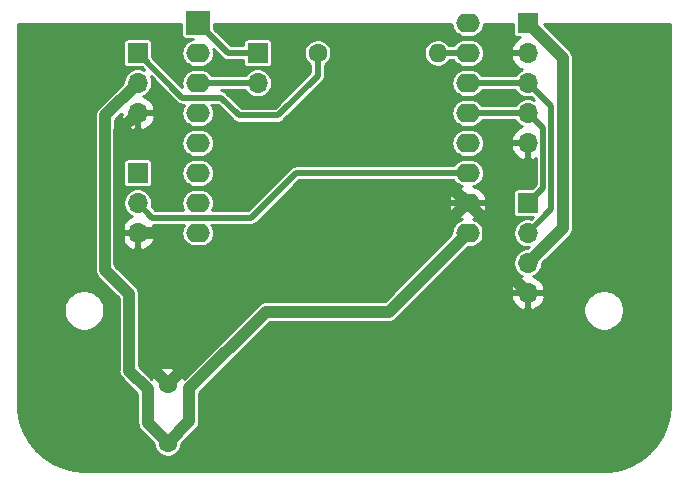
<source format=gbr>
%TF.GenerationSoftware,KiCad,Pcbnew,5.1.8*%
%TF.CreationDate,2020-11-27T01:12:46+01:00*%
%TF.ProjectId,co2box,636f3262-6f78-42e6-9b69-6361645f7063,v0*%
%TF.SameCoordinates,Original*%
%TF.FileFunction,Copper,L1,Top*%
%TF.FilePolarity,Positive*%
%FSLAX46Y46*%
G04 Gerber Fmt 4.6, Leading zero omitted, Abs format (unit mm)*
G04 Created by KiCad (PCBNEW 5.1.8) date 2020-11-27 01:12:46*
%MOMM*%
%LPD*%
G01*
G04 APERTURE LIST*
%TA.AperFunction,ComponentPad*%
%ADD10O,1.600000X1.600000*%
%TD*%
%TA.AperFunction,ComponentPad*%
%ADD11C,1.600000*%
%TD*%
%TA.AperFunction,ComponentPad*%
%ADD12O,1.700000X1.700000*%
%TD*%
%TA.AperFunction,ComponentPad*%
%ADD13R,1.700000X1.700000*%
%TD*%
%TA.AperFunction,ComponentPad*%
%ADD14O,2.000000X1.600000*%
%TD*%
%TA.AperFunction,ComponentPad*%
%ADD15R,2.000000X2.000000*%
%TD*%
%TA.AperFunction,Conductor*%
%ADD16C,1.000000*%
%TD*%
%TA.AperFunction,Conductor*%
%ADD17C,0.500000*%
%TD*%
%TA.AperFunction,Conductor*%
%ADD18C,0.250000*%
%TD*%
%TA.AperFunction,Conductor*%
%ADD19C,0.100000*%
%TD*%
G04 APERTURE END LIST*
D10*
%TO.P,R1,2*%
%TO.N,Net-(R1-Pad2)*%
X154940000Y-76200000D03*
D11*
%TO.P,R1,1*%
%TO.N,TO_DI*%
X144780000Y-76200000D03*
%TD*%
%TO.P,C1,2*%
%TO.N,GND*%
X132080000Y-104220000D03*
%TO.P,C1,1*%
%TO.N,+5V*%
X132080000Y-109220000D03*
%TD*%
D12*
%TO.P,J_WS2812B_1,3*%
%TO.N,GND*%
X129540000Y-81280000D03*
%TO.P,J_WS2812B_1,2*%
%TO.N,+5V*%
X129540000Y-78740000D03*
D13*
%TO.P,J_WS2812B_1,1*%
%TO.N,TO_DI*%
X129540000Y-76200000D03*
%TD*%
D12*
%TO.P,J_OLED_1,4*%
%TO.N,GND*%
X162560000Y-96520000D03*
%TO.P,J_OLED_1,3*%
%TO.N,+3V3*%
X162560000Y-93980000D03*
%TO.P,J_OLED_1,2*%
%TO.N,SCL*%
X162560000Y-91440000D03*
D13*
%TO.P,J_OLED_1,1*%
%TO.N,SDA*%
X162560000Y-88900000D03*
%TD*%
D12*
%TO.P,J_DHT22,3*%
%TO.N,GND*%
X129540000Y-91440000D03*
%TO.P,J_DHT22,2*%
%TO.N,DHT*%
X129540000Y-88900000D03*
D13*
%TO.P,J_DHT22,1*%
%TO.N,+3V3*%
X129540000Y-86360000D03*
%TD*%
D12*
%TO.P,J1,2*%
%TO.N,Net-(J1-Pad2)*%
X139700000Y-78740000D03*
D13*
%TO.P,J1,1*%
%TO.N,Net-(J1-Pad1)*%
X139700000Y-76200000D03*
%TD*%
D12*
%TO.P,J_CCS811,5*%
%TO.N,GND*%
X162560000Y-83820000D03*
%TO.P,J_CCS811,4*%
%TO.N,SDA*%
X162560000Y-81280000D03*
%TO.P,J_CCS811,3*%
%TO.N,SCL*%
X162560000Y-78740000D03*
%TO.P,J_CCS811,2*%
%TO.N,GND*%
X162560000Y-76200000D03*
D13*
%TO.P,J_CCS811,1*%
%TO.N,+3V3*%
X162560000Y-73660000D03*
%TD*%
D14*
%TO.P,U1,16*%
%TO.N,N/C*%
X157480000Y-73660000D03*
%TO.P,U1,15*%
%TO.N,Net-(R1-Pad2)*%
X157480000Y-76200000D03*
%TO.P,U1,14*%
%TO.N,SCL*%
X157480000Y-78740000D03*
%TO.P,U1,13*%
%TO.N,SDA*%
X157480000Y-81280000D03*
%TO.P,U1,12*%
%TO.N,N/C*%
X157480000Y-83820000D03*
%TO.P,U1,11*%
%TO.N,DHT*%
X157480000Y-86360000D03*
%TO.P,U1,10*%
%TO.N,GND*%
X157480000Y-88900000D03*
%TO.P,U1,9*%
%TO.N,+5V*%
X157480000Y-91440000D03*
%TO.P,U1,8*%
%TO.N,+3V3*%
X134620000Y-91440000D03*
%TO.P,U1,7*%
%TO.N,N/C*%
X134620000Y-88900000D03*
%TO.P,U1,6*%
X134620000Y-86360000D03*
%TO.P,U1,5*%
X134620000Y-83820000D03*
%TO.P,U1,4*%
X134620000Y-81280000D03*
%TO.P,U1,3*%
%TO.N,Net-(J1-Pad2)*%
X134620000Y-78740000D03*
D15*
%TO.P,U1,1*%
%TO.N,Net-(J1-Pad1)*%
X134620000Y-73660000D03*
D14*
%TO.P,U1,2*%
%TO.N,N/C*%
X134620000Y-76200000D03*
%TD*%
D16*
%TO.N,GND*%
X159180010Y-93140010D02*
X162560000Y-96520000D01*
X159180010Y-90600010D02*
X159180010Y-93140010D01*
X157480000Y-88900000D02*
X159180010Y-90600010D01*
X130200000Y-102340000D02*
X132080000Y-104220000D01*
X130200000Y-96200000D02*
X130200000Y-102340000D01*
X127989999Y-93989999D02*
X130200000Y-96200000D01*
X127989999Y-82830001D02*
X127989999Y-93989999D01*
X129540000Y-81280000D02*
X127989999Y-82830001D01*
X156280000Y-87700000D02*
X157480000Y-88900000D01*
X145300000Y-87700000D02*
X156280000Y-87700000D01*
X140059990Y-92940010D02*
X145300000Y-87700000D01*
X133798676Y-92940010D02*
X140059990Y-92940010D01*
X132298666Y-91440000D02*
X133798676Y-92940010D01*
X129540000Y-91440000D02*
X132298666Y-91440000D01*
X139600000Y-96700000D02*
X132080000Y-104220000D01*
X149600000Y-96700000D02*
X139600000Y-96700000D01*
X157400000Y-88900000D02*
X149600000Y-96700000D01*
X157480000Y-88900000D02*
X157400000Y-88900000D01*
D17*
%TO.N,SCL*%
X163860001Y-80040001D02*
X162560000Y-78740000D01*
X157480000Y-78740000D02*
X162560000Y-78740000D01*
D16*
X162770000Y-91440000D02*
X162560000Y-91440000D01*
D17*
X164560012Y-80740012D02*
X162560000Y-78740000D01*
X164560012Y-89439988D02*
X164560012Y-80740012D01*
X162560000Y-91440000D02*
X164560012Y-89439988D01*
%TO.N,SDA*%
X157480000Y-81280000D02*
X162560000Y-81280000D01*
X163860001Y-82580001D02*
X162560000Y-81280000D01*
X163860001Y-87599999D02*
X163860001Y-82580001D01*
X162560000Y-88900000D02*
X163860001Y-87599999D01*
D16*
%TO.N,+3V3*%
X162560000Y-93980000D02*
X165520000Y-91020000D01*
X165520000Y-76620000D02*
X162560000Y-73660000D01*
X165520000Y-91020000D02*
X165520000Y-76620000D01*
%TO.N,+5V*%
X150820000Y-98100000D02*
X157480000Y-91440000D01*
X133900000Y-104600000D02*
X140400000Y-98100000D01*
X140400000Y-98100000D02*
X150820000Y-98100000D01*
X133900000Y-107400000D02*
X133900000Y-104600000D01*
X132080000Y-109220000D02*
X133900000Y-107400000D01*
X130400000Y-104700000D02*
X130400000Y-107540000D01*
X130400000Y-107540000D02*
X132080000Y-109220000D01*
X128800000Y-103100000D02*
X130400000Y-104700000D01*
X128800000Y-96600000D02*
X128800000Y-103100000D01*
X126789988Y-94589988D02*
X128800000Y-96600000D01*
X126789988Y-81490012D02*
X126789988Y-94589988D01*
X129540000Y-78740000D02*
X126789988Y-81490012D01*
D17*
%TO.N,Net-(J1-Pad2)*%
X134620000Y-78740000D02*
X139700000Y-78740000D01*
%TO.N,Net-(J1-Pad1)*%
X137160000Y-76200000D02*
X134620000Y-73660000D01*
X139700000Y-76200000D02*
X137160000Y-76200000D01*
%TO.N,DHT*%
X142940000Y-86360000D02*
X157480000Y-86360000D01*
X139149990Y-90150010D02*
X142940000Y-86360000D01*
X130790010Y-90150010D02*
X139149990Y-90150010D01*
X129540000Y-88900000D02*
X130790010Y-90150010D01*
%TO.N,TO_DI*%
X144780000Y-78120000D02*
X144780000Y-76200000D01*
X141400000Y-81500000D02*
X144780000Y-78120000D01*
X138100000Y-81500000D02*
X141400000Y-81500000D01*
X136590010Y-79990010D02*
X138100000Y-81500000D01*
X133330010Y-79990010D02*
X136590010Y-79990010D01*
X129540000Y-76200000D02*
X133330010Y-79990010D01*
%TO.N,Net-(R1-Pad2)*%
X154940000Y-76200000D02*
X157480000Y-76200000D01*
%TD*%
D18*
%TO.N,GND*%
X133243186Y-74660000D02*
X133250426Y-74733513D01*
X133271869Y-74804200D01*
X133306691Y-74869347D01*
X133353552Y-74926448D01*
X133410653Y-74973309D01*
X133475800Y-75008131D01*
X133546487Y-75029574D01*
X133620000Y-75036814D01*
X134242333Y-75036814D01*
X134189660Y-75042002D01*
X133968171Y-75109189D01*
X133764047Y-75218296D01*
X133585130Y-75365130D01*
X133438296Y-75544047D01*
X133329189Y-75748171D01*
X133262002Y-75969660D01*
X133239315Y-76200000D01*
X133262002Y-76430340D01*
X133329189Y-76651829D01*
X133438296Y-76855953D01*
X133585130Y-77034870D01*
X133764047Y-77181704D01*
X133968171Y-77290811D01*
X134189660Y-77357998D01*
X134362280Y-77375000D01*
X134877720Y-77375000D01*
X135050340Y-77357998D01*
X135271829Y-77290811D01*
X135475953Y-77181704D01*
X135654870Y-77034870D01*
X135801704Y-76855953D01*
X135910811Y-76651829D01*
X135977998Y-76430340D01*
X136000685Y-76200000D01*
X135977998Y-75969660D01*
X135948485Y-75872369D01*
X136696351Y-76620235D01*
X136715920Y-76644080D01*
X136739765Y-76663649D01*
X136739768Y-76663652D01*
X136811087Y-76722182D01*
X136811089Y-76722183D01*
X136919666Y-76780219D01*
X137037479Y-76815957D01*
X137129296Y-76825000D01*
X137129305Y-76825000D01*
X137159999Y-76828023D01*
X137190693Y-76825000D01*
X138473186Y-76825000D01*
X138473186Y-77050000D01*
X138480426Y-77123513D01*
X138501869Y-77194200D01*
X138536691Y-77259347D01*
X138583552Y-77316448D01*
X138640653Y-77363309D01*
X138705800Y-77398131D01*
X138776487Y-77419574D01*
X138850000Y-77426814D01*
X140550000Y-77426814D01*
X140623513Y-77419574D01*
X140694200Y-77398131D01*
X140759347Y-77363309D01*
X140816448Y-77316448D01*
X140863309Y-77259347D01*
X140898131Y-77194200D01*
X140919574Y-77123513D01*
X140926814Y-77050000D01*
X140926814Y-75350000D01*
X140919574Y-75276487D01*
X140898131Y-75205800D01*
X140863309Y-75140653D01*
X140816448Y-75083552D01*
X140759347Y-75036691D01*
X140694200Y-75001869D01*
X140623513Y-74980426D01*
X140550000Y-74973186D01*
X138850000Y-74973186D01*
X138776487Y-74980426D01*
X138705800Y-75001869D01*
X138640653Y-75036691D01*
X138583552Y-75083552D01*
X138536691Y-75140653D01*
X138501869Y-75205800D01*
X138480426Y-75276487D01*
X138473186Y-75350000D01*
X138473186Y-75575000D01*
X137418884Y-75575000D01*
X135996814Y-74152931D01*
X135996814Y-73785000D01*
X156111627Y-73785000D01*
X156122002Y-73890340D01*
X156189189Y-74111829D01*
X156298296Y-74315953D01*
X156445130Y-74494870D01*
X156624047Y-74641704D01*
X156828171Y-74750811D01*
X157049660Y-74817998D01*
X157222280Y-74835000D01*
X157737720Y-74835000D01*
X157910340Y-74817998D01*
X158131829Y-74750811D01*
X158335953Y-74641704D01*
X158514870Y-74494870D01*
X158661704Y-74315953D01*
X158770811Y-74111829D01*
X158837998Y-73890340D01*
X158848373Y-73785000D01*
X161333186Y-73785000D01*
X161333186Y-74510000D01*
X161340426Y-74583513D01*
X161361869Y-74654200D01*
X161396691Y-74719347D01*
X161443552Y-74776448D01*
X161500653Y-74823309D01*
X161565800Y-74858131D01*
X161636487Y-74879574D01*
X161710000Y-74886814D01*
X161880384Y-74886814D01*
X161678078Y-75007725D01*
X161462423Y-75202689D01*
X161288947Y-75435979D01*
X161164317Y-75698630D01*
X161120990Y-75841475D01*
X161241546Y-76071000D01*
X162431000Y-76071000D01*
X162431000Y-76051000D01*
X162689000Y-76051000D01*
X162689000Y-76071000D01*
X162709000Y-76071000D01*
X162709000Y-76329000D01*
X162689000Y-76329000D01*
X162689000Y-76349000D01*
X162431000Y-76349000D01*
X162431000Y-76329000D01*
X161241546Y-76329000D01*
X161120990Y-76558525D01*
X161164317Y-76701370D01*
X161288947Y-76964021D01*
X161462423Y-77197311D01*
X161678078Y-77392275D01*
X161927625Y-77541420D01*
X162102279Y-77603664D01*
X161979745Y-77654419D01*
X161779108Y-77788481D01*
X161608481Y-77959108D01*
X161504317Y-78115000D01*
X158678249Y-78115000D01*
X158661704Y-78084047D01*
X158514870Y-77905130D01*
X158335953Y-77758296D01*
X158131829Y-77649189D01*
X157910340Y-77582002D01*
X157737720Y-77565000D01*
X157222280Y-77565000D01*
X157049660Y-77582002D01*
X156828171Y-77649189D01*
X156624047Y-77758296D01*
X156445130Y-77905130D01*
X156298296Y-78084047D01*
X156189189Y-78288171D01*
X156122002Y-78509660D01*
X156099315Y-78740000D01*
X156122002Y-78970340D01*
X156189189Y-79191829D01*
X156298296Y-79395953D01*
X156445130Y-79574870D01*
X156624047Y-79721704D01*
X156828171Y-79830811D01*
X157049660Y-79897998D01*
X157222280Y-79915000D01*
X157737720Y-79915000D01*
X157910340Y-79897998D01*
X158131829Y-79830811D01*
X158335953Y-79721704D01*
X158514870Y-79574870D01*
X158661704Y-79395953D01*
X158678249Y-79365000D01*
X161504317Y-79365000D01*
X161608481Y-79520892D01*
X161779108Y-79691519D01*
X161979745Y-79825581D01*
X162202681Y-79917924D01*
X162439348Y-79965000D01*
X162680652Y-79965000D01*
X162864540Y-79928422D01*
X163098640Y-80162522D01*
X163123664Y-80187547D01*
X162917319Y-80102076D01*
X162680652Y-80055000D01*
X162439348Y-80055000D01*
X162202681Y-80102076D01*
X161979745Y-80194419D01*
X161779108Y-80328481D01*
X161608481Y-80499108D01*
X161504317Y-80655000D01*
X158678249Y-80655000D01*
X158661704Y-80624047D01*
X158514870Y-80445130D01*
X158335953Y-80298296D01*
X158131829Y-80189189D01*
X157910340Y-80122002D01*
X157737720Y-80105000D01*
X157222280Y-80105000D01*
X157049660Y-80122002D01*
X156828171Y-80189189D01*
X156624047Y-80298296D01*
X156445130Y-80445130D01*
X156298296Y-80624047D01*
X156189189Y-80828171D01*
X156122002Y-81049660D01*
X156099315Y-81280000D01*
X156122002Y-81510340D01*
X156189189Y-81731829D01*
X156298296Y-81935953D01*
X156445130Y-82114870D01*
X156624047Y-82261704D01*
X156828171Y-82370811D01*
X157049660Y-82437998D01*
X157222280Y-82455000D01*
X157737720Y-82455000D01*
X157910340Y-82437998D01*
X158131829Y-82370811D01*
X158335953Y-82261704D01*
X158514870Y-82114870D01*
X158661704Y-81935953D01*
X158678249Y-81905000D01*
X161504317Y-81905000D01*
X161608481Y-82060892D01*
X161779108Y-82231519D01*
X161979745Y-82365581D01*
X162102279Y-82416336D01*
X161927625Y-82478580D01*
X161678078Y-82627725D01*
X161462423Y-82822689D01*
X161288947Y-83055979D01*
X161164317Y-83318630D01*
X161120990Y-83461475D01*
X161241546Y-83691000D01*
X162431000Y-83691000D01*
X162431000Y-83671000D01*
X162689000Y-83671000D01*
X162689000Y-83691000D01*
X162709000Y-83691000D01*
X162709000Y-83949000D01*
X162689000Y-83949000D01*
X162689000Y-85139134D01*
X162918526Y-85259015D01*
X163192375Y-85161420D01*
X163235001Y-85135944D01*
X163235001Y-87341116D01*
X162902931Y-87673186D01*
X161710000Y-87673186D01*
X161636487Y-87680426D01*
X161565800Y-87701869D01*
X161500653Y-87736691D01*
X161443552Y-87783552D01*
X161396691Y-87840653D01*
X161361869Y-87905800D01*
X161340426Y-87976487D01*
X161333186Y-88050000D01*
X161333186Y-89750000D01*
X161340426Y-89823513D01*
X161361869Y-89894200D01*
X161396691Y-89959347D01*
X161443552Y-90016448D01*
X161500653Y-90063309D01*
X161565800Y-90098131D01*
X161636487Y-90119574D01*
X161710000Y-90126814D01*
X162989304Y-90126814D01*
X162864540Y-90251578D01*
X162680652Y-90215000D01*
X162439348Y-90215000D01*
X162202681Y-90262076D01*
X161979745Y-90354419D01*
X161779108Y-90488481D01*
X161608481Y-90659108D01*
X161474419Y-90859745D01*
X161382076Y-91082681D01*
X161335000Y-91319348D01*
X161335000Y-91560652D01*
X161382076Y-91797319D01*
X161474419Y-92020255D01*
X161608481Y-92220892D01*
X161779108Y-92391519D01*
X161979745Y-92525581D01*
X162202681Y-92617924D01*
X162439348Y-92665000D01*
X162637564Y-92665000D01*
X162547564Y-92755000D01*
X162439348Y-92755000D01*
X162202681Y-92802076D01*
X161979745Y-92894419D01*
X161779108Y-93028481D01*
X161608481Y-93199108D01*
X161474419Y-93399745D01*
X161382076Y-93622681D01*
X161335000Y-93859348D01*
X161335000Y-94100652D01*
X161382076Y-94337319D01*
X161474419Y-94560255D01*
X161608481Y-94760892D01*
X161779108Y-94931519D01*
X161979745Y-95065581D01*
X162102279Y-95116336D01*
X161927625Y-95178580D01*
X161678078Y-95327725D01*
X161462423Y-95522689D01*
X161288947Y-95755979D01*
X161164317Y-96018630D01*
X161120990Y-96161475D01*
X161241546Y-96391000D01*
X162431000Y-96391000D01*
X162431000Y-96371000D01*
X162689000Y-96371000D01*
X162689000Y-96391000D01*
X163878454Y-96391000D01*
X163999010Y-96161475D01*
X163955683Y-96018630D01*
X163831053Y-95755979D01*
X163657577Y-95522689D01*
X163441922Y-95327725D01*
X163192375Y-95178580D01*
X163017721Y-95116336D01*
X163140255Y-95065581D01*
X163340892Y-94931519D01*
X163511519Y-94760892D01*
X163645581Y-94560255D01*
X163737924Y-94337319D01*
X163785000Y-94100652D01*
X163785000Y-93992436D01*
X166108326Y-91669111D01*
X166141712Y-91641712D01*
X166251056Y-91508476D01*
X166332305Y-91356468D01*
X166358999Y-91268470D01*
X166382339Y-91191531D01*
X166399233Y-91020001D01*
X166395000Y-90977022D01*
X166395000Y-76662978D01*
X166399233Y-76619999D01*
X166382339Y-76448469D01*
X166332305Y-76283532D01*
X166251056Y-76131524D01*
X166141712Y-75998288D01*
X166108325Y-75970888D01*
X163922436Y-73785000D01*
X174600001Y-73785000D01*
X174600000Y-105983585D01*
X174523473Y-106914404D01*
X174299958Y-107804253D01*
X173934110Y-108645647D01*
X173435751Y-109415992D01*
X172818274Y-110094589D01*
X172098241Y-110663237D01*
X171295017Y-111106641D01*
X170430147Y-111412907D01*
X169519971Y-111575034D01*
X168990573Y-111600000D01*
X125016415Y-111600000D01*
X124085596Y-111523473D01*
X123195747Y-111299958D01*
X122354353Y-110934110D01*
X121584008Y-110435751D01*
X120905411Y-109818274D01*
X120336763Y-109098241D01*
X119893359Y-108295017D01*
X119587093Y-107430147D01*
X119424966Y-106519971D01*
X119400000Y-105990573D01*
X119400000Y-97830102D01*
X123275000Y-97830102D01*
X123275000Y-98169898D01*
X123341290Y-98503164D01*
X123471324Y-98817094D01*
X123660105Y-99099624D01*
X123900376Y-99339895D01*
X124182906Y-99528676D01*
X124496836Y-99658710D01*
X124830102Y-99725000D01*
X125169898Y-99725000D01*
X125503164Y-99658710D01*
X125817094Y-99528676D01*
X126099624Y-99339895D01*
X126339895Y-99099624D01*
X126528676Y-98817094D01*
X126658710Y-98503164D01*
X126725000Y-98169898D01*
X126725000Y-97830102D01*
X126658710Y-97496836D01*
X126528676Y-97182906D01*
X126339895Y-96900376D01*
X126099624Y-96660105D01*
X125817094Y-96471324D01*
X125503164Y-96341290D01*
X125169898Y-96275000D01*
X124830102Y-96275000D01*
X124496836Y-96341290D01*
X124182906Y-96471324D01*
X123900376Y-96660105D01*
X123660105Y-96900376D01*
X123471324Y-97182906D01*
X123341290Y-97496836D01*
X123275000Y-97830102D01*
X119400000Y-97830102D01*
X119400000Y-81490012D01*
X125910755Y-81490012D01*
X125914988Y-81532991D01*
X125914989Y-94546999D01*
X125910755Y-94589988D01*
X125927649Y-94761517D01*
X125977683Y-94926455D01*
X125977684Y-94926456D01*
X126058933Y-95078464D01*
X126168277Y-95211700D01*
X126201664Y-95239100D01*
X127925000Y-96962437D01*
X127925001Y-103057011D01*
X127920767Y-103100000D01*
X127937661Y-103271529D01*
X127987695Y-103436467D01*
X127987696Y-103436468D01*
X128068945Y-103588476D01*
X128178289Y-103721712D01*
X128211676Y-103749112D01*
X129525000Y-105062437D01*
X129525001Y-107497011D01*
X129520767Y-107540000D01*
X129537661Y-107711529D01*
X129587695Y-107876467D01*
X129625516Y-107947226D01*
X129668945Y-108028476D01*
X129778289Y-108161712D01*
X129811676Y-108189112D01*
X130905000Y-109282437D01*
X130905000Y-109335727D01*
X130950155Y-109562735D01*
X131038729Y-109776571D01*
X131167318Y-109969019D01*
X131330981Y-110132682D01*
X131523429Y-110261271D01*
X131737265Y-110349845D01*
X131964273Y-110395000D01*
X132195727Y-110395000D01*
X132422735Y-110349845D01*
X132636571Y-110261271D01*
X132829019Y-110132682D01*
X132992682Y-109969019D01*
X133121271Y-109776571D01*
X133209845Y-109562735D01*
X133255000Y-109335727D01*
X133255000Y-109282436D01*
X134488326Y-108049111D01*
X134521712Y-108021712D01*
X134631056Y-107888476D01*
X134712305Y-107736468D01*
X134762339Y-107571530D01*
X134775000Y-107442979D01*
X134775000Y-107442978D01*
X134779233Y-107400000D01*
X134775000Y-107357021D01*
X134775000Y-104962436D01*
X140762437Y-98975000D01*
X150777021Y-98975000D01*
X150820000Y-98979233D01*
X150862979Y-98975000D01*
X150991530Y-98962339D01*
X151156468Y-98912305D01*
X151308476Y-98831056D01*
X151441712Y-98721712D01*
X151469117Y-98688319D01*
X153278911Y-96878525D01*
X161120990Y-96878525D01*
X161164317Y-97021370D01*
X161288947Y-97284021D01*
X161462423Y-97517311D01*
X161678078Y-97712275D01*
X161927625Y-97861420D01*
X162201474Y-97959015D01*
X162431000Y-97839134D01*
X162431000Y-96649000D01*
X162689000Y-96649000D01*
X162689000Y-97839134D01*
X162918526Y-97959015D01*
X163192375Y-97861420D01*
X163244775Y-97830102D01*
X167275000Y-97830102D01*
X167275000Y-98169898D01*
X167341290Y-98503164D01*
X167471324Y-98817094D01*
X167660105Y-99099624D01*
X167900376Y-99339895D01*
X168182906Y-99528676D01*
X168496836Y-99658710D01*
X168830102Y-99725000D01*
X169169898Y-99725000D01*
X169503164Y-99658710D01*
X169817094Y-99528676D01*
X170099624Y-99339895D01*
X170339895Y-99099624D01*
X170528676Y-98817094D01*
X170658710Y-98503164D01*
X170725000Y-98169898D01*
X170725000Y-97830102D01*
X170658710Y-97496836D01*
X170528676Y-97182906D01*
X170339895Y-96900376D01*
X170099624Y-96660105D01*
X169817094Y-96471324D01*
X169503164Y-96341290D01*
X169169898Y-96275000D01*
X168830102Y-96275000D01*
X168496836Y-96341290D01*
X168182906Y-96471324D01*
X167900376Y-96660105D01*
X167660105Y-96900376D01*
X167471324Y-97182906D01*
X167341290Y-97496836D01*
X167275000Y-97830102D01*
X163244775Y-97830102D01*
X163441922Y-97712275D01*
X163657577Y-97517311D01*
X163831053Y-97284021D01*
X163955683Y-97021370D01*
X163999010Y-96878525D01*
X163878454Y-96649000D01*
X162689000Y-96649000D01*
X162431000Y-96649000D01*
X161241546Y-96649000D01*
X161120990Y-96878525D01*
X153278911Y-96878525D01*
X157542436Y-92615000D01*
X157737720Y-92615000D01*
X157910340Y-92597998D01*
X158131829Y-92530811D01*
X158335953Y-92421704D01*
X158514870Y-92274870D01*
X158661704Y-92095953D01*
X158770811Y-91891829D01*
X158837998Y-91670340D01*
X158860685Y-91440000D01*
X158837998Y-91209660D01*
X158770811Y-90988171D01*
X158661704Y-90784047D01*
X158514870Y-90605130D01*
X158335953Y-90458296D01*
X158131829Y-90349189D01*
X157972400Y-90300827D01*
X158110478Y-90271994D01*
X158369869Y-90161649D01*
X158602749Y-90002820D01*
X158800168Y-89801610D01*
X158954540Y-89565752D01*
X159059932Y-89304309D01*
X159069431Y-89250672D01*
X158948206Y-89029000D01*
X157609000Y-89029000D01*
X157609000Y-89049000D01*
X157351000Y-89049000D01*
X157351000Y-89029000D01*
X156011794Y-89029000D01*
X155890569Y-89250672D01*
X155900068Y-89304309D01*
X156005460Y-89565752D01*
X156159832Y-89801610D01*
X156357251Y-90002820D01*
X156590131Y-90161649D01*
X156849522Y-90271994D01*
X156987600Y-90300827D01*
X156828171Y-90349189D01*
X156624047Y-90458296D01*
X156445130Y-90605130D01*
X156298296Y-90784047D01*
X156189189Y-90988171D01*
X156122002Y-91209660D01*
X156099315Y-91440000D01*
X156112159Y-91570405D01*
X150457564Y-97225000D01*
X140442978Y-97225000D01*
X140399999Y-97220767D01*
X140228469Y-97237661D01*
X140190731Y-97249109D01*
X140063532Y-97287695D01*
X139911524Y-97368944D01*
X139778288Y-97478288D01*
X139750890Y-97511673D01*
X133454636Y-103807928D01*
X133380852Y-103602592D01*
X133316071Y-103481394D01*
X133072902Y-103409531D01*
X132262434Y-104220000D01*
X132276576Y-104234142D01*
X132094142Y-104416576D01*
X132080000Y-104402434D01*
X132065858Y-104416576D01*
X131883424Y-104234142D01*
X131897566Y-104220000D01*
X131087098Y-103409531D01*
X130843929Y-103481394D01*
X130723585Y-103736732D01*
X130713732Y-103776295D01*
X130164535Y-103227098D01*
X131269531Y-103227098D01*
X132080000Y-104037566D01*
X132890469Y-103227098D01*
X132818606Y-102983929D01*
X132563268Y-102863585D01*
X132289359Y-102795368D01*
X132007404Y-102781898D01*
X131728239Y-102823693D01*
X131462592Y-102919148D01*
X131341394Y-102983929D01*
X131269531Y-103227098D01*
X130164535Y-103227098D01*
X129675000Y-102737564D01*
X129675000Y-96642978D01*
X129679233Y-96599999D01*
X129662339Y-96428469D01*
X129612305Y-96263532D01*
X129531056Y-96111524D01*
X129421712Y-95978288D01*
X129388326Y-95950889D01*
X127664988Y-94227552D01*
X127664988Y-91798525D01*
X128100990Y-91798525D01*
X128144317Y-91941370D01*
X128268947Y-92204021D01*
X128442423Y-92437311D01*
X128658078Y-92632275D01*
X128907625Y-92781420D01*
X129181474Y-92879015D01*
X129411000Y-92759134D01*
X129411000Y-91569000D01*
X129669000Y-91569000D01*
X129669000Y-92759134D01*
X129898526Y-92879015D01*
X130172375Y-92781420D01*
X130421922Y-92632275D01*
X130637577Y-92437311D01*
X130811053Y-92204021D01*
X130935683Y-91941370D01*
X130979010Y-91798525D01*
X130858454Y-91569000D01*
X129669000Y-91569000D01*
X129411000Y-91569000D01*
X128221546Y-91569000D01*
X128100990Y-91798525D01*
X127664988Y-91798525D01*
X127664988Y-91081475D01*
X128100990Y-91081475D01*
X128221546Y-91311000D01*
X129411000Y-91311000D01*
X129411000Y-91291000D01*
X129669000Y-91291000D01*
X129669000Y-91311000D01*
X130858454Y-91311000D01*
X130979010Y-91081475D01*
X130935683Y-90938630D01*
X130858044Y-90775010D01*
X133445713Y-90775010D01*
X133438296Y-90784047D01*
X133329189Y-90988171D01*
X133262002Y-91209660D01*
X133239315Y-91440000D01*
X133262002Y-91670340D01*
X133329189Y-91891829D01*
X133438296Y-92095953D01*
X133585130Y-92274870D01*
X133764047Y-92421704D01*
X133968171Y-92530811D01*
X134189660Y-92597998D01*
X134362280Y-92615000D01*
X134877720Y-92615000D01*
X135050340Y-92597998D01*
X135271829Y-92530811D01*
X135475953Y-92421704D01*
X135654870Y-92274870D01*
X135801704Y-92095953D01*
X135910811Y-91891829D01*
X135977998Y-91670340D01*
X136000685Y-91440000D01*
X135977998Y-91209660D01*
X135910811Y-90988171D01*
X135801704Y-90784047D01*
X135794287Y-90775010D01*
X139119296Y-90775010D01*
X139149990Y-90778033D01*
X139180684Y-90775010D01*
X139180694Y-90775010D01*
X139272511Y-90765967D01*
X139390324Y-90730229D01*
X139498901Y-90672193D01*
X139594070Y-90594090D01*
X139613648Y-90570234D01*
X143198884Y-86985000D01*
X156281751Y-86985000D01*
X156298296Y-87015953D01*
X156445130Y-87194870D01*
X156624047Y-87341704D01*
X156828171Y-87450811D01*
X156987600Y-87499173D01*
X156849522Y-87528006D01*
X156590131Y-87638351D01*
X156357251Y-87797180D01*
X156159832Y-87998390D01*
X156005460Y-88234248D01*
X155900068Y-88495691D01*
X155890569Y-88549328D01*
X156011794Y-88771000D01*
X157351000Y-88771000D01*
X157351000Y-88751000D01*
X157609000Y-88751000D01*
X157609000Y-88771000D01*
X158948206Y-88771000D01*
X159069431Y-88549328D01*
X159059932Y-88495691D01*
X158954540Y-88234248D01*
X158800168Y-87998390D01*
X158602749Y-87797180D01*
X158369869Y-87638351D01*
X158110478Y-87528006D01*
X157972400Y-87499173D01*
X158131829Y-87450811D01*
X158335953Y-87341704D01*
X158514870Y-87194870D01*
X158661704Y-87015953D01*
X158770811Y-86811829D01*
X158837998Y-86590340D01*
X158860685Y-86360000D01*
X158837998Y-86129660D01*
X158770811Y-85908171D01*
X158661704Y-85704047D01*
X158514870Y-85525130D01*
X158335953Y-85378296D01*
X158131829Y-85269189D01*
X157910340Y-85202002D01*
X157737720Y-85185000D01*
X157222280Y-85185000D01*
X157049660Y-85202002D01*
X156828171Y-85269189D01*
X156624047Y-85378296D01*
X156445130Y-85525130D01*
X156298296Y-85704047D01*
X156281751Y-85735000D01*
X142970702Y-85735000D01*
X142940000Y-85731976D01*
X142909298Y-85735000D01*
X142909296Y-85735000D01*
X142817479Y-85744043D01*
X142699666Y-85779781D01*
X142649124Y-85806796D01*
X142591088Y-85837817D01*
X142519769Y-85896347D01*
X142519765Y-85896351D01*
X142495920Y-85915920D01*
X142476351Y-85939765D01*
X138891108Y-89525010D01*
X135818243Y-89525010D01*
X135910811Y-89351829D01*
X135977998Y-89130340D01*
X136000685Y-88900000D01*
X135977998Y-88669660D01*
X135910811Y-88448171D01*
X135801704Y-88244047D01*
X135654870Y-88065130D01*
X135475953Y-87918296D01*
X135271829Y-87809189D01*
X135050340Y-87742002D01*
X134877720Y-87725000D01*
X134362280Y-87725000D01*
X134189660Y-87742002D01*
X133968171Y-87809189D01*
X133764047Y-87918296D01*
X133585130Y-88065130D01*
X133438296Y-88244047D01*
X133329189Y-88448171D01*
X133262002Y-88669660D01*
X133239315Y-88900000D01*
X133262002Y-89130340D01*
X133329189Y-89351829D01*
X133421757Y-89525010D01*
X131048893Y-89525010D01*
X130728422Y-89204540D01*
X130765000Y-89020652D01*
X130765000Y-88779348D01*
X130717924Y-88542681D01*
X130625581Y-88319745D01*
X130491519Y-88119108D01*
X130320892Y-87948481D01*
X130120255Y-87814419D01*
X129897319Y-87722076D01*
X129660652Y-87675000D01*
X129419348Y-87675000D01*
X129182681Y-87722076D01*
X128959745Y-87814419D01*
X128759108Y-87948481D01*
X128588481Y-88119108D01*
X128454419Y-88319745D01*
X128362076Y-88542681D01*
X128315000Y-88779348D01*
X128315000Y-89020652D01*
X128362076Y-89257319D01*
X128454419Y-89480255D01*
X128588481Y-89680892D01*
X128759108Y-89851519D01*
X128959745Y-89985581D01*
X129082279Y-90036336D01*
X128907625Y-90098580D01*
X128658078Y-90247725D01*
X128442423Y-90442689D01*
X128268947Y-90675979D01*
X128144317Y-90938630D01*
X128100990Y-91081475D01*
X127664988Y-91081475D01*
X127664988Y-85510000D01*
X128313186Y-85510000D01*
X128313186Y-87210000D01*
X128320426Y-87283513D01*
X128341869Y-87354200D01*
X128376691Y-87419347D01*
X128423552Y-87476448D01*
X128480653Y-87523309D01*
X128545800Y-87558131D01*
X128616487Y-87579574D01*
X128690000Y-87586814D01*
X130390000Y-87586814D01*
X130463513Y-87579574D01*
X130534200Y-87558131D01*
X130599347Y-87523309D01*
X130656448Y-87476448D01*
X130703309Y-87419347D01*
X130738131Y-87354200D01*
X130759574Y-87283513D01*
X130766814Y-87210000D01*
X130766814Y-86360000D01*
X133239315Y-86360000D01*
X133262002Y-86590340D01*
X133329189Y-86811829D01*
X133438296Y-87015953D01*
X133585130Y-87194870D01*
X133764047Y-87341704D01*
X133968171Y-87450811D01*
X134189660Y-87517998D01*
X134362280Y-87535000D01*
X134877720Y-87535000D01*
X135050340Y-87517998D01*
X135271829Y-87450811D01*
X135475953Y-87341704D01*
X135654870Y-87194870D01*
X135801704Y-87015953D01*
X135910811Y-86811829D01*
X135977998Y-86590340D01*
X136000685Y-86360000D01*
X135977998Y-86129660D01*
X135910811Y-85908171D01*
X135801704Y-85704047D01*
X135654870Y-85525130D01*
X135475953Y-85378296D01*
X135271829Y-85269189D01*
X135050340Y-85202002D01*
X134877720Y-85185000D01*
X134362280Y-85185000D01*
X134189660Y-85202002D01*
X133968171Y-85269189D01*
X133764047Y-85378296D01*
X133585130Y-85525130D01*
X133438296Y-85704047D01*
X133329189Y-85908171D01*
X133262002Y-86129660D01*
X133239315Y-86360000D01*
X130766814Y-86360000D01*
X130766814Y-85510000D01*
X130759574Y-85436487D01*
X130738131Y-85365800D01*
X130703309Y-85300653D01*
X130656448Y-85243552D01*
X130599347Y-85196691D01*
X130534200Y-85161869D01*
X130463513Y-85140426D01*
X130390000Y-85133186D01*
X128690000Y-85133186D01*
X128616487Y-85140426D01*
X128545800Y-85161869D01*
X128480653Y-85196691D01*
X128423552Y-85243552D01*
X128376691Y-85300653D01*
X128341869Y-85365800D01*
X128320426Y-85436487D01*
X128313186Y-85510000D01*
X127664988Y-85510000D01*
X127664988Y-83820000D01*
X133239315Y-83820000D01*
X133262002Y-84050340D01*
X133329189Y-84271829D01*
X133438296Y-84475953D01*
X133585130Y-84654870D01*
X133764047Y-84801704D01*
X133968171Y-84910811D01*
X134189660Y-84977998D01*
X134362280Y-84995000D01*
X134877720Y-84995000D01*
X135050340Y-84977998D01*
X135271829Y-84910811D01*
X135475953Y-84801704D01*
X135654870Y-84654870D01*
X135801704Y-84475953D01*
X135910811Y-84271829D01*
X135977998Y-84050340D01*
X136000685Y-83820000D01*
X156099315Y-83820000D01*
X156122002Y-84050340D01*
X156189189Y-84271829D01*
X156298296Y-84475953D01*
X156445130Y-84654870D01*
X156624047Y-84801704D01*
X156828171Y-84910811D01*
X157049660Y-84977998D01*
X157222280Y-84995000D01*
X157737720Y-84995000D01*
X157910340Y-84977998D01*
X158131829Y-84910811D01*
X158335953Y-84801704D01*
X158514870Y-84654870D01*
X158661704Y-84475953D01*
X158770811Y-84271829D01*
X158799114Y-84178525D01*
X161120990Y-84178525D01*
X161164317Y-84321370D01*
X161288947Y-84584021D01*
X161462423Y-84817311D01*
X161678078Y-85012275D01*
X161927625Y-85161420D01*
X162201474Y-85259015D01*
X162431000Y-85139134D01*
X162431000Y-83949000D01*
X161241546Y-83949000D01*
X161120990Y-84178525D01*
X158799114Y-84178525D01*
X158837998Y-84050340D01*
X158860685Y-83820000D01*
X158837998Y-83589660D01*
X158770811Y-83368171D01*
X158661704Y-83164047D01*
X158514870Y-82985130D01*
X158335953Y-82838296D01*
X158131829Y-82729189D01*
X157910340Y-82662002D01*
X157737720Y-82645000D01*
X157222280Y-82645000D01*
X157049660Y-82662002D01*
X156828171Y-82729189D01*
X156624047Y-82838296D01*
X156445130Y-82985130D01*
X156298296Y-83164047D01*
X156189189Y-83368171D01*
X156122002Y-83589660D01*
X156099315Y-83820000D01*
X136000685Y-83820000D01*
X135977998Y-83589660D01*
X135910811Y-83368171D01*
X135801704Y-83164047D01*
X135654870Y-82985130D01*
X135475953Y-82838296D01*
X135271829Y-82729189D01*
X135050340Y-82662002D01*
X134877720Y-82645000D01*
X134362280Y-82645000D01*
X134189660Y-82662002D01*
X133968171Y-82729189D01*
X133764047Y-82838296D01*
X133585130Y-82985130D01*
X133438296Y-83164047D01*
X133329189Y-83368171D01*
X133262002Y-83589660D01*
X133239315Y-83820000D01*
X127664988Y-83820000D01*
X127664988Y-81852448D01*
X128108434Y-81409002D01*
X128221545Y-81409002D01*
X128100990Y-81638525D01*
X128144317Y-81781370D01*
X128268947Y-82044021D01*
X128442423Y-82277311D01*
X128658078Y-82472275D01*
X128907625Y-82621420D01*
X129181474Y-82719015D01*
X129411000Y-82599134D01*
X129411000Y-81409000D01*
X129669000Y-81409000D01*
X129669000Y-82599134D01*
X129898526Y-82719015D01*
X130172375Y-82621420D01*
X130421922Y-82472275D01*
X130637577Y-82277311D01*
X130811053Y-82044021D01*
X130935683Y-81781370D01*
X130979010Y-81638525D01*
X130858454Y-81409000D01*
X129669000Y-81409000D01*
X129411000Y-81409000D01*
X129391000Y-81409000D01*
X129391000Y-81151000D01*
X129411000Y-81151000D01*
X129411000Y-81131000D01*
X129669000Y-81131000D01*
X129669000Y-81151000D01*
X130858454Y-81151000D01*
X130979010Y-80921475D01*
X130935683Y-80778630D01*
X130811053Y-80515979D01*
X130637577Y-80282689D01*
X130421922Y-80087725D01*
X130172375Y-79938580D01*
X129997721Y-79876336D01*
X130120255Y-79825581D01*
X130320892Y-79691519D01*
X130491519Y-79520892D01*
X130625581Y-79320255D01*
X130717924Y-79097319D01*
X130765000Y-78860652D01*
X130765000Y-78619348D01*
X130717924Y-78382681D01*
X130632453Y-78176336D01*
X132866361Y-80410245D01*
X132885930Y-80434090D01*
X132909775Y-80453659D01*
X132909779Y-80453663D01*
X132981098Y-80512193D01*
X133039134Y-80543214D01*
X133089676Y-80570229D01*
X133207489Y-80605967D01*
X133299306Y-80615010D01*
X133299308Y-80615010D01*
X133330010Y-80618034D01*
X133360712Y-80615010D01*
X133445713Y-80615010D01*
X133438296Y-80624047D01*
X133329189Y-80828171D01*
X133262002Y-81049660D01*
X133239315Y-81280000D01*
X133262002Y-81510340D01*
X133329189Y-81731829D01*
X133438296Y-81935953D01*
X133585130Y-82114870D01*
X133764047Y-82261704D01*
X133968171Y-82370811D01*
X134189660Y-82437998D01*
X134362280Y-82455000D01*
X134877720Y-82455000D01*
X135050340Y-82437998D01*
X135271829Y-82370811D01*
X135475953Y-82261704D01*
X135654870Y-82114870D01*
X135801704Y-81935953D01*
X135910811Y-81731829D01*
X135977998Y-81510340D01*
X136000685Y-81280000D01*
X135977998Y-81049660D01*
X135910811Y-80828171D01*
X135801704Y-80624047D01*
X135794287Y-80615010D01*
X136331128Y-80615010D01*
X137636346Y-81920229D01*
X137655920Y-81944080D01*
X137697845Y-81978487D01*
X137751087Y-82022182D01*
X137751089Y-82022183D01*
X137859666Y-82080219D01*
X137977479Y-82115957D01*
X138069296Y-82125000D01*
X138069305Y-82125000D01*
X138099999Y-82128023D01*
X138130693Y-82125000D01*
X141369306Y-82125000D01*
X141400000Y-82128023D01*
X141430694Y-82125000D01*
X141430704Y-82125000D01*
X141522521Y-82115957D01*
X141640334Y-82080219D01*
X141748911Y-82022183D01*
X141844080Y-81944080D01*
X141863658Y-81920224D01*
X145200230Y-78583653D01*
X145224080Y-78564080D01*
X145302183Y-78468911D01*
X145360219Y-78360334D01*
X145395957Y-78242521D01*
X145405000Y-78150704D01*
X145405000Y-78150702D01*
X145408024Y-78120000D01*
X145405000Y-78089299D01*
X145405000Y-77195548D01*
X145529019Y-77112682D01*
X145692682Y-76949019D01*
X145821271Y-76756571D01*
X145909845Y-76542735D01*
X145955000Y-76315727D01*
X145955000Y-76084273D01*
X153765000Y-76084273D01*
X153765000Y-76315727D01*
X153810155Y-76542735D01*
X153898729Y-76756571D01*
X154027318Y-76949019D01*
X154190981Y-77112682D01*
X154383429Y-77241271D01*
X154597265Y-77329845D01*
X154824273Y-77375000D01*
X155055727Y-77375000D01*
X155282735Y-77329845D01*
X155496571Y-77241271D01*
X155689019Y-77112682D01*
X155852682Y-76949019D01*
X155935548Y-76825000D01*
X156281751Y-76825000D01*
X156298296Y-76855953D01*
X156445130Y-77034870D01*
X156624047Y-77181704D01*
X156828171Y-77290811D01*
X157049660Y-77357998D01*
X157222280Y-77375000D01*
X157737720Y-77375000D01*
X157910340Y-77357998D01*
X158131829Y-77290811D01*
X158335953Y-77181704D01*
X158514870Y-77034870D01*
X158661704Y-76855953D01*
X158770811Y-76651829D01*
X158837998Y-76430340D01*
X158860685Y-76200000D01*
X158837998Y-75969660D01*
X158770811Y-75748171D01*
X158661704Y-75544047D01*
X158514870Y-75365130D01*
X158335953Y-75218296D01*
X158131829Y-75109189D01*
X157910340Y-75042002D01*
X157737720Y-75025000D01*
X157222280Y-75025000D01*
X157049660Y-75042002D01*
X156828171Y-75109189D01*
X156624047Y-75218296D01*
X156445130Y-75365130D01*
X156298296Y-75544047D01*
X156281751Y-75575000D01*
X155935548Y-75575000D01*
X155852682Y-75450981D01*
X155689019Y-75287318D01*
X155496571Y-75158729D01*
X155282735Y-75070155D01*
X155055727Y-75025000D01*
X154824273Y-75025000D01*
X154597265Y-75070155D01*
X154383429Y-75158729D01*
X154190981Y-75287318D01*
X154027318Y-75450981D01*
X153898729Y-75643429D01*
X153810155Y-75857265D01*
X153765000Y-76084273D01*
X145955000Y-76084273D01*
X145909845Y-75857265D01*
X145821271Y-75643429D01*
X145692682Y-75450981D01*
X145529019Y-75287318D01*
X145336571Y-75158729D01*
X145122735Y-75070155D01*
X144895727Y-75025000D01*
X144664273Y-75025000D01*
X144437265Y-75070155D01*
X144223429Y-75158729D01*
X144030981Y-75287318D01*
X143867318Y-75450981D01*
X143738729Y-75643429D01*
X143650155Y-75857265D01*
X143605000Y-76084273D01*
X143605000Y-76315727D01*
X143650155Y-76542735D01*
X143738729Y-76756571D01*
X143867318Y-76949019D01*
X144030981Y-77112682D01*
X144155000Y-77195549D01*
X144155000Y-77861117D01*
X141141118Y-80875000D01*
X138358883Y-80875000D01*
X137053668Y-79569786D01*
X137034090Y-79545930D01*
X136938921Y-79467827D01*
X136830344Y-79409791D01*
X136712531Y-79374053D01*
X136620714Y-79365010D01*
X136620704Y-79365010D01*
X136620602Y-79365000D01*
X138644317Y-79365000D01*
X138748481Y-79520892D01*
X138919108Y-79691519D01*
X139119745Y-79825581D01*
X139342681Y-79917924D01*
X139579348Y-79965000D01*
X139820652Y-79965000D01*
X140057319Y-79917924D01*
X140280255Y-79825581D01*
X140480892Y-79691519D01*
X140651519Y-79520892D01*
X140785581Y-79320255D01*
X140877924Y-79097319D01*
X140925000Y-78860652D01*
X140925000Y-78619348D01*
X140877924Y-78382681D01*
X140785581Y-78159745D01*
X140651519Y-77959108D01*
X140480892Y-77788481D01*
X140280255Y-77654419D01*
X140057319Y-77562076D01*
X139820652Y-77515000D01*
X139579348Y-77515000D01*
X139342681Y-77562076D01*
X139119745Y-77654419D01*
X138919108Y-77788481D01*
X138748481Y-77959108D01*
X138644317Y-78115000D01*
X135818249Y-78115000D01*
X135801704Y-78084047D01*
X135654870Y-77905130D01*
X135475953Y-77758296D01*
X135271829Y-77649189D01*
X135050340Y-77582002D01*
X134877720Y-77565000D01*
X134362280Y-77565000D01*
X134189660Y-77582002D01*
X133968171Y-77649189D01*
X133764047Y-77758296D01*
X133585130Y-77905130D01*
X133438296Y-78084047D01*
X133329189Y-78288171D01*
X133262002Y-78509660D01*
X133239315Y-78740000D01*
X133262002Y-78970340D01*
X133291514Y-79067631D01*
X130766814Y-76542932D01*
X130766814Y-75350000D01*
X130759574Y-75276487D01*
X130738131Y-75205800D01*
X130703309Y-75140653D01*
X130656448Y-75083552D01*
X130599347Y-75036691D01*
X130534200Y-75001869D01*
X130463513Y-74980426D01*
X130390000Y-74973186D01*
X128690000Y-74973186D01*
X128616487Y-74980426D01*
X128545800Y-75001869D01*
X128480653Y-75036691D01*
X128423552Y-75083552D01*
X128376691Y-75140653D01*
X128341869Y-75205800D01*
X128320426Y-75276487D01*
X128313186Y-75350000D01*
X128313186Y-77050000D01*
X128320426Y-77123513D01*
X128341869Y-77194200D01*
X128376691Y-77259347D01*
X128423552Y-77316448D01*
X128480653Y-77363309D01*
X128545800Y-77398131D01*
X128616487Y-77419574D01*
X128690000Y-77426814D01*
X129882932Y-77426814D01*
X130103664Y-77647547D01*
X129897319Y-77562076D01*
X129660652Y-77515000D01*
X129419348Y-77515000D01*
X129182681Y-77562076D01*
X128959745Y-77654419D01*
X128759108Y-77788481D01*
X128588481Y-77959108D01*
X128454419Y-78159745D01*
X128362076Y-78382681D01*
X128315000Y-78619348D01*
X128315000Y-78727564D01*
X126201669Y-80840895D01*
X126168276Y-80868300D01*
X126058932Y-81001537D01*
X126012224Y-81088923D01*
X125977683Y-81153545D01*
X125927649Y-81318483D01*
X125910755Y-81490012D01*
X119400000Y-81490012D01*
X119400000Y-73785000D01*
X133243186Y-73785000D01*
X133243186Y-74660000D01*
%TA.AperFunction,Conductor*%
D19*
G36*
X133243186Y-74660000D02*
G01*
X133250426Y-74733513D01*
X133271869Y-74804200D01*
X133306691Y-74869347D01*
X133353552Y-74926448D01*
X133410653Y-74973309D01*
X133475800Y-75008131D01*
X133546487Y-75029574D01*
X133620000Y-75036814D01*
X134242333Y-75036814D01*
X134189660Y-75042002D01*
X133968171Y-75109189D01*
X133764047Y-75218296D01*
X133585130Y-75365130D01*
X133438296Y-75544047D01*
X133329189Y-75748171D01*
X133262002Y-75969660D01*
X133239315Y-76200000D01*
X133262002Y-76430340D01*
X133329189Y-76651829D01*
X133438296Y-76855953D01*
X133585130Y-77034870D01*
X133764047Y-77181704D01*
X133968171Y-77290811D01*
X134189660Y-77357998D01*
X134362280Y-77375000D01*
X134877720Y-77375000D01*
X135050340Y-77357998D01*
X135271829Y-77290811D01*
X135475953Y-77181704D01*
X135654870Y-77034870D01*
X135801704Y-76855953D01*
X135910811Y-76651829D01*
X135977998Y-76430340D01*
X136000685Y-76200000D01*
X135977998Y-75969660D01*
X135948485Y-75872369D01*
X136696351Y-76620235D01*
X136715920Y-76644080D01*
X136739765Y-76663649D01*
X136739768Y-76663652D01*
X136811087Y-76722182D01*
X136811089Y-76722183D01*
X136919666Y-76780219D01*
X137037479Y-76815957D01*
X137129296Y-76825000D01*
X137129305Y-76825000D01*
X137159999Y-76828023D01*
X137190693Y-76825000D01*
X138473186Y-76825000D01*
X138473186Y-77050000D01*
X138480426Y-77123513D01*
X138501869Y-77194200D01*
X138536691Y-77259347D01*
X138583552Y-77316448D01*
X138640653Y-77363309D01*
X138705800Y-77398131D01*
X138776487Y-77419574D01*
X138850000Y-77426814D01*
X140550000Y-77426814D01*
X140623513Y-77419574D01*
X140694200Y-77398131D01*
X140759347Y-77363309D01*
X140816448Y-77316448D01*
X140863309Y-77259347D01*
X140898131Y-77194200D01*
X140919574Y-77123513D01*
X140926814Y-77050000D01*
X140926814Y-75350000D01*
X140919574Y-75276487D01*
X140898131Y-75205800D01*
X140863309Y-75140653D01*
X140816448Y-75083552D01*
X140759347Y-75036691D01*
X140694200Y-75001869D01*
X140623513Y-74980426D01*
X140550000Y-74973186D01*
X138850000Y-74973186D01*
X138776487Y-74980426D01*
X138705800Y-75001869D01*
X138640653Y-75036691D01*
X138583552Y-75083552D01*
X138536691Y-75140653D01*
X138501869Y-75205800D01*
X138480426Y-75276487D01*
X138473186Y-75350000D01*
X138473186Y-75575000D01*
X137418884Y-75575000D01*
X135996814Y-74152931D01*
X135996814Y-73785000D01*
X156111627Y-73785000D01*
X156122002Y-73890340D01*
X156189189Y-74111829D01*
X156298296Y-74315953D01*
X156445130Y-74494870D01*
X156624047Y-74641704D01*
X156828171Y-74750811D01*
X157049660Y-74817998D01*
X157222280Y-74835000D01*
X157737720Y-74835000D01*
X157910340Y-74817998D01*
X158131829Y-74750811D01*
X158335953Y-74641704D01*
X158514870Y-74494870D01*
X158661704Y-74315953D01*
X158770811Y-74111829D01*
X158837998Y-73890340D01*
X158848373Y-73785000D01*
X161333186Y-73785000D01*
X161333186Y-74510000D01*
X161340426Y-74583513D01*
X161361869Y-74654200D01*
X161396691Y-74719347D01*
X161443552Y-74776448D01*
X161500653Y-74823309D01*
X161565800Y-74858131D01*
X161636487Y-74879574D01*
X161710000Y-74886814D01*
X161880384Y-74886814D01*
X161678078Y-75007725D01*
X161462423Y-75202689D01*
X161288947Y-75435979D01*
X161164317Y-75698630D01*
X161120990Y-75841475D01*
X161241546Y-76071000D01*
X162431000Y-76071000D01*
X162431000Y-76051000D01*
X162689000Y-76051000D01*
X162689000Y-76071000D01*
X162709000Y-76071000D01*
X162709000Y-76329000D01*
X162689000Y-76329000D01*
X162689000Y-76349000D01*
X162431000Y-76349000D01*
X162431000Y-76329000D01*
X161241546Y-76329000D01*
X161120990Y-76558525D01*
X161164317Y-76701370D01*
X161288947Y-76964021D01*
X161462423Y-77197311D01*
X161678078Y-77392275D01*
X161927625Y-77541420D01*
X162102279Y-77603664D01*
X161979745Y-77654419D01*
X161779108Y-77788481D01*
X161608481Y-77959108D01*
X161504317Y-78115000D01*
X158678249Y-78115000D01*
X158661704Y-78084047D01*
X158514870Y-77905130D01*
X158335953Y-77758296D01*
X158131829Y-77649189D01*
X157910340Y-77582002D01*
X157737720Y-77565000D01*
X157222280Y-77565000D01*
X157049660Y-77582002D01*
X156828171Y-77649189D01*
X156624047Y-77758296D01*
X156445130Y-77905130D01*
X156298296Y-78084047D01*
X156189189Y-78288171D01*
X156122002Y-78509660D01*
X156099315Y-78740000D01*
X156122002Y-78970340D01*
X156189189Y-79191829D01*
X156298296Y-79395953D01*
X156445130Y-79574870D01*
X156624047Y-79721704D01*
X156828171Y-79830811D01*
X157049660Y-79897998D01*
X157222280Y-79915000D01*
X157737720Y-79915000D01*
X157910340Y-79897998D01*
X158131829Y-79830811D01*
X158335953Y-79721704D01*
X158514870Y-79574870D01*
X158661704Y-79395953D01*
X158678249Y-79365000D01*
X161504317Y-79365000D01*
X161608481Y-79520892D01*
X161779108Y-79691519D01*
X161979745Y-79825581D01*
X162202681Y-79917924D01*
X162439348Y-79965000D01*
X162680652Y-79965000D01*
X162864540Y-79928422D01*
X163098640Y-80162522D01*
X163123664Y-80187547D01*
X162917319Y-80102076D01*
X162680652Y-80055000D01*
X162439348Y-80055000D01*
X162202681Y-80102076D01*
X161979745Y-80194419D01*
X161779108Y-80328481D01*
X161608481Y-80499108D01*
X161504317Y-80655000D01*
X158678249Y-80655000D01*
X158661704Y-80624047D01*
X158514870Y-80445130D01*
X158335953Y-80298296D01*
X158131829Y-80189189D01*
X157910340Y-80122002D01*
X157737720Y-80105000D01*
X157222280Y-80105000D01*
X157049660Y-80122002D01*
X156828171Y-80189189D01*
X156624047Y-80298296D01*
X156445130Y-80445130D01*
X156298296Y-80624047D01*
X156189189Y-80828171D01*
X156122002Y-81049660D01*
X156099315Y-81280000D01*
X156122002Y-81510340D01*
X156189189Y-81731829D01*
X156298296Y-81935953D01*
X156445130Y-82114870D01*
X156624047Y-82261704D01*
X156828171Y-82370811D01*
X157049660Y-82437998D01*
X157222280Y-82455000D01*
X157737720Y-82455000D01*
X157910340Y-82437998D01*
X158131829Y-82370811D01*
X158335953Y-82261704D01*
X158514870Y-82114870D01*
X158661704Y-81935953D01*
X158678249Y-81905000D01*
X161504317Y-81905000D01*
X161608481Y-82060892D01*
X161779108Y-82231519D01*
X161979745Y-82365581D01*
X162102279Y-82416336D01*
X161927625Y-82478580D01*
X161678078Y-82627725D01*
X161462423Y-82822689D01*
X161288947Y-83055979D01*
X161164317Y-83318630D01*
X161120990Y-83461475D01*
X161241546Y-83691000D01*
X162431000Y-83691000D01*
X162431000Y-83671000D01*
X162689000Y-83671000D01*
X162689000Y-83691000D01*
X162709000Y-83691000D01*
X162709000Y-83949000D01*
X162689000Y-83949000D01*
X162689000Y-85139134D01*
X162918526Y-85259015D01*
X163192375Y-85161420D01*
X163235001Y-85135944D01*
X163235001Y-87341116D01*
X162902931Y-87673186D01*
X161710000Y-87673186D01*
X161636487Y-87680426D01*
X161565800Y-87701869D01*
X161500653Y-87736691D01*
X161443552Y-87783552D01*
X161396691Y-87840653D01*
X161361869Y-87905800D01*
X161340426Y-87976487D01*
X161333186Y-88050000D01*
X161333186Y-89750000D01*
X161340426Y-89823513D01*
X161361869Y-89894200D01*
X161396691Y-89959347D01*
X161443552Y-90016448D01*
X161500653Y-90063309D01*
X161565800Y-90098131D01*
X161636487Y-90119574D01*
X161710000Y-90126814D01*
X162989304Y-90126814D01*
X162864540Y-90251578D01*
X162680652Y-90215000D01*
X162439348Y-90215000D01*
X162202681Y-90262076D01*
X161979745Y-90354419D01*
X161779108Y-90488481D01*
X161608481Y-90659108D01*
X161474419Y-90859745D01*
X161382076Y-91082681D01*
X161335000Y-91319348D01*
X161335000Y-91560652D01*
X161382076Y-91797319D01*
X161474419Y-92020255D01*
X161608481Y-92220892D01*
X161779108Y-92391519D01*
X161979745Y-92525581D01*
X162202681Y-92617924D01*
X162439348Y-92665000D01*
X162637564Y-92665000D01*
X162547564Y-92755000D01*
X162439348Y-92755000D01*
X162202681Y-92802076D01*
X161979745Y-92894419D01*
X161779108Y-93028481D01*
X161608481Y-93199108D01*
X161474419Y-93399745D01*
X161382076Y-93622681D01*
X161335000Y-93859348D01*
X161335000Y-94100652D01*
X161382076Y-94337319D01*
X161474419Y-94560255D01*
X161608481Y-94760892D01*
X161779108Y-94931519D01*
X161979745Y-95065581D01*
X162102279Y-95116336D01*
X161927625Y-95178580D01*
X161678078Y-95327725D01*
X161462423Y-95522689D01*
X161288947Y-95755979D01*
X161164317Y-96018630D01*
X161120990Y-96161475D01*
X161241546Y-96391000D01*
X162431000Y-96391000D01*
X162431000Y-96371000D01*
X162689000Y-96371000D01*
X162689000Y-96391000D01*
X163878454Y-96391000D01*
X163999010Y-96161475D01*
X163955683Y-96018630D01*
X163831053Y-95755979D01*
X163657577Y-95522689D01*
X163441922Y-95327725D01*
X163192375Y-95178580D01*
X163017721Y-95116336D01*
X163140255Y-95065581D01*
X163340892Y-94931519D01*
X163511519Y-94760892D01*
X163645581Y-94560255D01*
X163737924Y-94337319D01*
X163785000Y-94100652D01*
X163785000Y-93992436D01*
X166108326Y-91669111D01*
X166141712Y-91641712D01*
X166251056Y-91508476D01*
X166332305Y-91356468D01*
X166358999Y-91268470D01*
X166382339Y-91191531D01*
X166399233Y-91020001D01*
X166395000Y-90977022D01*
X166395000Y-76662978D01*
X166399233Y-76619999D01*
X166382339Y-76448469D01*
X166332305Y-76283532D01*
X166251056Y-76131524D01*
X166141712Y-75998288D01*
X166108325Y-75970888D01*
X163922436Y-73785000D01*
X174600001Y-73785000D01*
X174600000Y-105983585D01*
X174523473Y-106914404D01*
X174299958Y-107804253D01*
X173934110Y-108645647D01*
X173435751Y-109415992D01*
X172818274Y-110094589D01*
X172098241Y-110663237D01*
X171295017Y-111106641D01*
X170430147Y-111412907D01*
X169519971Y-111575034D01*
X168990573Y-111600000D01*
X125016415Y-111600000D01*
X124085596Y-111523473D01*
X123195747Y-111299958D01*
X122354353Y-110934110D01*
X121584008Y-110435751D01*
X120905411Y-109818274D01*
X120336763Y-109098241D01*
X119893359Y-108295017D01*
X119587093Y-107430147D01*
X119424966Y-106519971D01*
X119400000Y-105990573D01*
X119400000Y-97830102D01*
X123275000Y-97830102D01*
X123275000Y-98169898D01*
X123341290Y-98503164D01*
X123471324Y-98817094D01*
X123660105Y-99099624D01*
X123900376Y-99339895D01*
X124182906Y-99528676D01*
X124496836Y-99658710D01*
X124830102Y-99725000D01*
X125169898Y-99725000D01*
X125503164Y-99658710D01*
X125817094Y-99528676D01*
X126099624Y-99339895D01*
X126339895Y-99099624D01*
X126528676Y-98817094D01*
X126658710Y-98503164D01*
X126725000Y-98169898D01*
X126725000Y-97830102D01*
X126658710Y-97496836D01*
X126528676Y-97182906D01*
X126339895Y-96900376D01*
X126099624Y-96660105D01*
X125817094Y-96471324D01*
X125503164Y-96341290D01*
X125169898Y-96275000D01*
X124830102Y-96275000D01*
X124496836Y-96341290D01*
X124182906Y-96471324D01*
X123900376Y-96660105D01*
X123660105Y-96900376D01*
X123471324Y-97182906D01*
X123341290Y-97496836D01*
X123275000Y-97830102D01*
X119400000Y-97830102D01*
X119400000Y-81490012D01*
X125910755Y-81490012D01*
X125914988Y-81532991D01*
X125914989Y-94546999D01*
X125910755Y-94589988D01*
X125927649Y-94761517D01*
X125977683Y-94926455D01*
X125977684Y-94926456D01*
X126058933Y-95078464D01*
X126168277Y-95211700D01*
X126201664Y-95239100D01*
X127925000Y-96962437D01*
X127925001Y-103057011D01*
X127920767Y-103100000D01*
X127937661Y-103271529D01*
X127987695Y-103436467D01*
X127987696Y-103436468D01*
X128068945Y-103588476D01*
X128178289Y-103721712D01*
X128211676Y-103749112D01*
X129525000Y-105062437D01*
X129525001Y-107497011D01*
X129520767Y-107540000D01*
X129537661Y-107711529D01*
X129587695Y-107876467D01*
X129625516Y-107947226D01*
X129668945Y-108028476D01*
X129778289Y-108161712D01*
X129811676Y-108189112D01*
X130905000Y-109282437D01*
X130905000Y-109335727D01*
X130950155Y-109562735D01*
X131038729Y-109776571D01*
X131167318Y-109969019D01*
X131330981Y-110132682D01*
X131523429Y-110261271D01*
X131737265Y-110349845D01*
X131964273Y-110395000D01*
X132195727Y-110395000D01*
X132422735Y-110349845D01*
X132636571Y-110261271D01*
X132829019Y-110132682D01*
X132992682Y-109969019D01*
X133121271Y-109776571D01*
X133209845Y-109562735D01*
X133255000Y-109335727D01*
X133255000Y-109282436D01*
X134488326Y-108049111D01*
X134521712Y-108021712D01*
X134631056Y-107888476D01*
X134712305Y-107736468D01*
X134762339Y-107571530D01*
X134775000Y-107442979D01*
X134775000Y-107442978D01*
X134779233Y-107400000D01*
X134775000Y-107357021D01*
X134775000Y-104962436D01*
X140762437Y-98975000D01*
X150777021Y-98975000D01*
X150820000Y-98979233D01*
X150862979Y-98975000D01*
X150991530Y-98962339D01*
X151156468Y-98912305D01*
X151308476Y-98831056D01*
X151441712Y-98721712D01*
X151469117Y-98688319D01*
X153278911Y-96878525D01*
X161120990Y-96878525D01*
X161164317Y-97021370D01*
X161288947Y-97284021D01*
X161462423Y-97517311D01*
X161678078Y-97712275D01*
X161927625Y-97861420D01*
X162201474Y-97959015D01*
X162431000Y-97839134D01*
X162431000Y-96649000D01*
X162689000Y-96649000D01*
X162689000Y-97839134D01*
X162918526Y-97959015D01*
X163192375Y-97861420D01*
X163244775Y-97830102D01*
X167275000Y-97830102D01*
X167275000Y-98169898D01*
X167341290Y-98503164D01*
X167471324Y-98817094D01*
X167660105Y-99099624D01*
X167900376Y-99339895D01*
X168182906Y-99528676D01*
X168496836Y-99658710D01*
X168830102Y-99725000D01*
X169169898Y-99725000D01*
X169503164Y-99658710D01*
X169817094Y-99528676D01*
X170099624Y-99339895D01*
X170339895Y-99099624D01*
X170528676Y-98817094D01*
X170658710Y-98503164D01*
X170725000Y-98169898D01*
X170725000Y-97830102D01*
X170658710Y-97496836D01*
X170528676Y-97182906D01*
X170339895Y-96900376D01*
X170099624Y-96660105D01*
X169817094Y-96471324D01*
X169503164Y-96341290D01*
X169169898Y-96275000D01*
X168830102Y-96275000D01*
X168496836Y-96341290D01*
X168182906Y-96471324D01*
X167900376Y-96660105D01*
X167660105Y-96900376D01*
X167471324Y-97182906D01*
X167341290Y-97496836D01*
X167275000Y-97830102D01*
X163244775Y-97830102D01*
X163441922Y-97712275D01*
X163657577Y-97517311D01*
X163831053Y-97284021D01*
X163955683Y-97021370D01*
X163999010Y-96878525D01*
X163878454Y-96649000D01*
X162689000Y-96649000D01*
X162431000Y-96649000D01*
X161241546Y-96649000D01*
X161120990Y-96878525D01*
X153278911Y-96878525D01*
X157542436Y-92615000D01*
X157737720Y-92615000D01*
X157910340Y-92597998D01*
X158131829Y-92530811D01*
X158335953Y-92421704D01*
X158514870Y-92274870D01*
X158661704Y-92095953D01*
X158770811Y-91891829D01*
X158837998Y-91670340D01*
X158860685Y-91440000D01*
X158837998Y-91209660D01*
X158770811Y-90988171D01*
X158661704Y-90784047D01*
X158514870Y-90605130D01*
X158335953Y-90458296D01*
X158131829Y-90349189D01*
X157972400Y-90300827D01*
X158110478Y-90271994D01*
X158369869Y-90161649D01*
X158602749Y-90002820D01*
X158800168Y-89801610D01*
X158954540Y-89565752D01*
X159059932Y-89304309D01*
X159069431Y-89250672D01*
X158948206Y-89029000D01*
X157609000Y-89029000D01*
X157609000Y-89049000D01*
X157351000Y-89049000D01*
X157351000Y-89029000D01*
X156011794Y-89029000D01*
X155890569Y-89250672D01*
X155900068Y-89304309D01*
X156005460Y-89565752D01*
X156159832Y-89801610D01*
X156357251Y-90002820D01*
X156590131Y-90161649D01*
X156849522Y-90271994D01*
X156987600Y-90300827D01*
X156828171Y-90349189D01*
X156624047Y-90458296D01*
X156445130Y-90605130D01*
X156298296Y-90784047D01*
X156189189Y-90988171D01*
X156122002Y-91209660D01*
X156099315Y-91440000D01*
X156112159Y-91570405D01*
X150457564Y-97225000D01*
X140442978Y-97225000D01*
X140399999Y-97220767D01*
X140228469Y-97237661D01*
X140190731Y-97249109D01*
X140063532Y-97287695D01*
X139911524Y-97368944D01*
X139778288Y-97478288D01*
X139750890Y-97511673D01*
X133454636Y-103807928D01*
X133380852Y-103602592D01*
X133316071Y-103481394D01*
X133072902Y-103409531D01*
X132262434Y-104220000D01*
X132276576Y-104234142D01*
X132094142Y-104416576D01*
X132080000Y-104402434D01*
X132065858Y-104416576D01*
X131883424Y-104234142D01*
X131897566Y-104220000D01*
X131087098Y-103409531D01*
X130843929Y-103481394D01*
X130723585Y-103736732D01*
X130713732Y-103776295D01*
X130164535Y-103227098D01*
X131269531Y-103227098D01*
X132080000Y-104037566D01*
X132890469Y-103227098D01*
X132818606Y-102983929D01*
X132563268Y-102863585D01*
X132289359Y-102795368D01*
X132007404Y-102781898D01*
X131728239Y-102823693D01*
X131462592Y-102919148D01*
X131341394Y-102983929D01*
X131269531Y-103227098D01*
X130164535Y-103227098D01*
X129675000Y-102737564D01*
X129675000Y-96642978D01*
X129679233Y-96599999D01*
X129662339Y-96428469D01*
X129612305Y-96263532D01*
X129531056Y-96111524D01*
X129421712Y-95978288D01*
X129388326Y-95950889D01*
X127664988Y-94227552D01*
X127664988Y-91798525D01*
X128100990Y-91798525D01*
X128144317Y-91941370D01*
X128268947Y-92204021D01*
X128442423Y-92437311D01*
X128658078Y-92632275D01*
X128907625Y-92781420D01*
X129181474Y-92879015D01*
X129411000Y-92759134D01*
X129411000Y-91569000D01*
X129669000Y-91569000D01*
X129669000Y-92759134D01*
X129898526Y-92879015D01*
X130172375Y-92781420D01*
X130421922Y-92632275D01*
X130637577Y-92437311D01*
X130811053Y-92204021D01*
X130935683Y-91941370D01*
X130979010Y-91798525D01*
X130858454Y-91569000D01*
X129669000Y-91569000D01*
X129411000Y-91569000D01*
X128221546Y-91569000D01*
X128100990Y-91798525D01*
X127664988Y-91798525D01*
X127664988Y-91081475D01*
X128100990Y-91081475D01*
X128221546Y-91311000D01*
X129411000Y-91311000D01*
X129411000Y-91291000D01*
X129669000Y-91291000D01*
X129669000Y-91311000D01*
X130858454Y-91311000D01*
X130979010Y-91081475D01*
X130935683Y-90938630D01*
X130858044Y-90775010D01*
X133445713Y-90775010D01*
X133438296Y-90784047D01*
X133329189Y-90988171D01*
X133262002Y-91209660D01*
X133239315Y-91440000D01*
X133262002Y-91670340D01*
X133329189Y-91891829D01*
X133438296Y-92095953D01*
X133585130Y-92274870D01*
X133764047Y-92421704D01*
X133968171Y-92530811D01*
X134189660Y-92597998D01*
X134362280Y-92615000D01*
X134877720Y-92615000D01*
X135050340Y-92597998D01*
X135271829Y-92530811D01*
X135475953Y-92421704D01*
X135654870Y-92274870D01*
X135801704Y-92095953D01*
X135910811Y-91891829D01*
X135977998Y-91670340D01*
X136000685Y-91440000D01*
X135977998Y-91209660D01*
X135910811Y-90988171D01*
X135801704Y-90784047D01*
X135794287Y-90775010D01*
X139119296Y-90775010D01*
X139149990Y-90778033D01*
X139180684Y-90775010D01*
X139180694Y-90775010D01*
X139272511Y-90765967D01*
X139390324Y-90730229D01*
X139498901Y-90672193D01*
X139594070Y-90594090D01*
X139613648Y-90570234D01*
X143198884Y-86985000D01*
X156281751Y-86985000D01*
X156298296Y-87015953D01*
X156445130Y-87194870D01*
X156624047Y-87341704D01*
X156828171Y-87450811D01*
X156987600Y-87499173D01*
X156849522Y-87528006D01*
X156590131Y-87638351D01*
X156357251Y-87797180D01*
X156159832Y-87998390D01*
X156005460Y-88234248D01*
X155900068Y-88495691D01*
X155890569Y-88549328D01*
X156011794Y-88771000D01*
X157351000Y-88771000D01*
X157351000Y-88751000D01*
X157609000Y-88751000D01*
X157609000Y-88771000D01*
X158948206Y-88771000D01*
X159069431Y-88549328D01*
X159059932Y-88495691D01*
X158954540Y-88234248D01*
X158800168Y-87998390D01*
X158602749Y-87797180D01*
X158369869Y-87638351D01*
X158110478Y-87528006D01*
X157972400Y-87499173D01*
X158131829Y-87450811D01*
X158335953Y-87341704D01*
X158514870Y-87194870D01*
X158661704Y-87015953D01*
X158770811Y-86811829D01*
X158837998Y-86590340D01*
X158860685Y-86360000D01*
X158837998Y-86129660D01*
X158770811Y-85908171D01*
X158661704Y-85704047D01*
X158514870Y-85525130D01*
X158335953Y-85378296D01*
X158131829Y-85269189D01*
X157910340Y-85202002D01*
X157737720Y-85185000D01*
X157222280Y-85185000D01*
X157049660Y-85202002D01*
X156828171Y-85269189D01*
X156624047Y-85378296D01*
X156445130Y-85525130D01*
X156298296Y-85704047D01*
X156281751Y-85735000D01*
X142970702Y-85735000D01*
X142940000Y-85731976D01*
X142909298Y-85735000D01*
X142909296Y-85735000D01*
X142817479Y-85744043D01*
X142699666Y-85779781D01*
X142649124Y-85806796D01*
X142591088Y-85837817D01*
X142519769Y-85896347D01*
X142519765Y-85896351D01*
X142495920Y-85915920D01*
X142476351Y-85939765D01*
X138891108Y-89525010D01*
X135818243Y-89525010D01*
X135910811Y-89351829D01*
X135977998Y-89130340D01*
X136000685Y-88900000D01*
X135977998Y-88669660D01*
X135910811Y-88448171D01*
X135801704Y-88244047D01*
X135654870Y-88065130D01*
X135475953Y-87918296D01*
X135271829Y-87809189D01*
X135050340Y-87742002D01*
X134877720Y-87725000D01*
X134362280Y-87725000D01*
X134189660Y-87742002D01*
X133968171Y-87809189D01*
X133764047Y-87918296D01*
X133585130Y-88065130D01*
X133438296Y-88244047D01*
X133329189Y-88448171D01*
X133262002Y-88669660D01*
X133239315Y-88900000D01*
X133262002Y-89130340D01*
X133329189Y-89351829D01*
X133421757Y-89525010D01*
X131048893Y-89525010D01*
X130728422Y-89204540D01*
X130765000Y-89020652D01*
X130765000Y-88779348D01*
X130717924Y-88542681D01*
X130625581Y-88319745D01*
X130491519Y-88119108D01*
X130320892Y-87948481D01*
X130120255Y-87814419D01*
X129897319Y-87722076D01*
X129660652Y-87675000D01*
X129419348Y-87675000D01*
X129182681Y-87722076D01*
X128959745Y-87814419D01*
X128759108Y-87948481D01*
X128588481Y-88119108D01*
X128454419Y-88319745D01*
X128362076Y-88542681D01*
X128315000Y-88779348D01*
X128315000Y-89020652D01*
X128362076Y-89257319D01*
X128454419Y-89480255D01*
X128588481Y-89680892D01*
X128759108Y-89851519D01*
X128959745Y-89985581D01*
X129082279Y-90036336D01*
X128907625Y-90098580D01*
X128658078Y-90247725D01*
X128442423Y-90442689D01*
X128268947Y-90675979D01*
X128144317Y-90938630D01*
X128100990Y-91081475D01*
X127664988Y-91081475D01*
X127664988Y-85510000D01*
X128313186Y-85510000D01*
X128313186Y-87210000D01*
X128320426Y-87283513D01*
X128341869Y-87354200D01*
X128376691Y-87419347D01*
X128423552Y-87476448D01*
X128480653Y-87523309D01*
X128545800Y-87558131D01*
X128616487Y-87579574D01*
X128690000Y-87586814D01*
X130390000Y-87586814D01*
X130463513Y-87579574D01*
X130534200Y-87558131D01*
X130599347Y-87523309D01*
X130656448Y-87476448D01*
X130703309Y-87419347D01*
X130738131Y-87354200D01*
X130759574Y-87283513D01*
X130766814Y-87210000D01*
X130766814Y-86360000D01*
X133239315Y-86360000D01*
X133262002Y-86590340D01*
X133329189Y-86811829D01*
X133438296Y-87015953D01*
X133585130Y-87194870D01*
X133764047Y-87341704D01*
X133968171Y-87450811D01*
X134189660Y-87517998D01*
X134362280Y-87535000D01*
X134877720Y-87535000D01*
X135050340Y-87517998D01*
X135271829Y-87450811D01*
X135475953Y-87341704D01*
X135654870Y-87194870D01*
X135801704Y-87015953D01*
X135910811Y-86811829D01*
X135977998Y-86590340D01*
X136000685Y-86360000D01*
X135977998Y-86129660D01*
X135910811Y-85908171D01*
X135801704Y-85704047D01*
X135654870Y-85525130D01*
X135475953Y-85378296D01*
X135271829Y-85269189D01*
X135050340Y-85202002D01*
X134877720Y-85185000D01*
X134362280Y-85185000D01*
X134189660Y-85202002D01*
X133968171Y-85269189D01*
X133764047Y-85378296D01*
X133585130Y-85525130D01*
X133438296Y-85704047D01*
X133329189Y-85908171D01*
X133262002Y-86129660D01*
X133239315Y-86360000D01*
X130766814Y-86360000D01*
X130766814Y-85510000D01*
X130759574Y-85436487D01*
X130738131Y-85365800D01*
X130703309Y-85300653D01*
X130656448Y-85243552D01*
X130599347Y-85196691D01*
X130534200Y-85161869D01*
X130463513Y-85140426D01*
X130390000Y-85133186D01*
X128690000Y-85133186D01*
X128616487Y-85140426D01*
X128545800Y-85161869D01*
X128480653Y-85196691D01*
X128423552Y-85243552D01*
X128376691Y-85300653D01*
X128341869Y-85365800D01*
X128320426Y-85436487D01*
X128313186Y-85510000D01*
X127664988Y-85510000D01*
X127664988Y-83820000D01*
X133239315Y-83820000D01*
X133262002Y-84050340D01*
X133329189Y-84271829D01*
X133438296Y-84475953D01*
X133585130Y-84654870D01*
X133764047Y-84801704D01*
X133968171Y-84910811D01*
X134189660Y-84977998D01*
X134362280Y-84995000D01*
X134877720Y-84995000D01*
X135050340Y-84977998D01*
X135271829Y-84910811D01*
X135475953Y-84801704D01*
X135654870Y-84654870D01*
X135801704Y-84475953D01*
X135910811Y-84271829D01*
X135977998Y-84050340D01*
X136000685Y-83820000D01*
X156099315Y-83820000D01*
X156122002Y-84050340D01*
X156189189Y-84271829D01*
X156298296Y-84475953D01*
X156445130Y-84654870D01*
X156624047Y-84801704D01*
X156828171Y-84910811D01*
X157049660Y-84977998D01*
X157222280Y-84995000D01*
X157737720Y-84995000D01*
X157910340Y-84977998D01*
X158131829Y-84910811D01*
X158335953Y-84801704D01*
X158514870Y-84654870D01*
X158661704Y-84475953D01*
X158770811Y-84271829D01*
X158799114Y-84178525D01*
X161120990Y-84178525D01*
X161164317Y-84321370D01*
X161288947Y-84584021D01*
X161462423Y-84817311D01*
X161678078Y-85012275D01*
X161927625Y-85161420D01*
X162201474Y-85259015D01*
X162431000Y-85139134D01*
X162431000Y-83949000D01*
X161241546Y-83949000D01*
X161120990Y-84178525D01*
X158799114Y-84178525D01*
X158837998Y-84050340D01*
X158860685Y-83820000D01*
X158837998Y-83589660D01*
X158770811Y-83368171D01*
X158661704Y-83164047D01*
X158514870Y-82985130D01*
X158335953Y-82838296D01*
X158131829Y-82729189D01*
X157910340Y-82662002D01*
X157737720Y-82645000D01*
X157222280Y-82645000D01*
X157049660Y-82662002D01*
X156828171Y-82729189D01*
X156624047Y-82838296D01*
X156445130Y-82985130D01*
X156298296Y-83164047D01*
X156189189Y-83368171D01*
X156122002Y-83589660D01*
X156099315Y-83820000D01*
X136000685Y-83820000D01*
X135977998Y-83589660D01*
X135910811Y-83368171D01*
X135801704Y-83164047D01*
X135654870Y-82985130D01*
X135475953Y-82838296D01*
X135271829Y-82729189D01*
X135050340Y-82662002D01*
X134877720Y-82645000D01*
X134362280Y-82645000D01*
X134189660Y-82662002D01*
X133968171Y-82729189D01*
X133764047Y-82838296D01*
X133585130Y-82985130D01*
X133438296Y-83164047D01*
X133329189Y-83368171D01*
X133262002Y-83589660D01*
X133239315Y-83820000D01*
X127664988Y-83820000D01*
X127664988Y-81852448D01*
X128108434Y-81409002D01*
X128221545Y-81409002D01*
X128100990Y-81638525D01*
X128144317Y-81781370D01*
X128268947Y-82044021D01*
X128442423Y-82277311D01*
X128658078Y-82472275D01*
X128907625Y-82621420D01*
X129181474Y-82719015D01*
X129411000Y-82599134D01*
X129411000Y-81409000D01*
X129669000Y-81409000D01*
X129669000Y-82599134D01*
X129898526Y-82719015D01*
X130172375Y-82621420D01*
X130421922Y-82472275D01*
X130637577Y-82277311D01*
X130811053Y-82044021D01*
X130935683Y-81781370D01*
X130979010Y-81638525D01*
X130858454Y-81409000D01*
X129669000Y-81409000D01*
X129411000Y-81409000D01*
X129391000Y-81409000D01*
X129391000Y-81151000D01*
X129411000Y-81151000D01*
X129411000Y-81131000D01*
X129669000Y-81131000D01*
X129669000Y-81151000D01*
X130858454Y-81151000D01*
X130979010Y-80921475D01*
X130935683Y-80778630D01*
X130811053Y-80515979D01*
X130637577Y-80282689D01*
X130421922Y-80087725D01*
X130172375Y-79938580D01*
X129997721Y-79876336D01*
X130120255Y-79825581D01*
X130320892Y-79691519D01*
X130491519Y-79520892D01*
X130625581Y-79320255D01*
X130717924Y-79097319D01*
X130765000Y-78860652D01*
X130765000Y-78619348D01*
X130717924Y-78382681D01*
X130632453Y-78176336D01*
X132866361Y-80410245D01*
X132885930Y-80434090D01*
X132909775Y-80453659D01*
X132909779Y-80453663D01*
X132981098Y-80512193D01*
X133039134Y-80543214D01*
X133089676Y-80570229D01*
X133207489Y-80605967D01*
X133299306Y-80615010D01*
X133299308Y-80615010D01*
X133330010Y-80618034D01*
X133360712Y-80615010D01*
X133445713Y-80615010D01*
X133438296Y-80624047D01*
X133329189Y-80828171D01*
X133262002Y-81049660D01*
X133239315Y-81280000D01*
X133262002Y-81510340D01*
X133329189Y-81731829D01*
X133438296Y-81935953D01*
X133585130Y-82114870D01*
X133764047Y-82261704D01*
X133968171Y-82370811D01*
X134189660Y-82437998D01*
X134362280Y-82455000D01*
X134877720Y-82455000D01*
X135050340Y-82437998D01*
X135271829Y-82370811D01*
X135475953Y-82261704D01*
X135654870Y-82114870D01*
X135801704Y-81935953D01*
X135910811Y-81731829D01*
X135977998Y-81510340D01*
X136000685Y-81280000D01*
X135977998Y-81049660D01*
X135910811Y-80828171D01*
X135801704Y-80624047D01*
X135794287Y-80615010D01*
X136331128Y-80615010D01*
X137636346Y-81920229D01*
X137655920Y-81944080D01*
X137697845Y-81978487D01*
X137751087Y-82022182D01*
X137751089Y-82022183D01*
X137859666Y-82080219D01*
X137977479Y-82115957D01*
X138069296Y-82125000D01*
X138069305Y-82125000D01*
X138099999Y-82128023D01*
X138130693Y-82125000D01*
X141369306Y-82125000D01*
X141400000Y-82128023D01*
X141430694Y-82125000D01*
X141430704Y-82125000D01*
X141522521Y-82115957D01*
X141640334Y-82080219D01*
X141748911Y-82022183D01*
X141844080Y-81944080D01*
X141863658Y-81920224D01*
X145200230Y-78583653D01*
X145224080Y-78564080D01*
X145302183Y-78468911D01*
X145360219Y-78360334D01*
X145395957Y-78242521D01*
X145405000Y-78150704D01*
X145405000Y-78150702D01*
X145408024Y-78120000D01*
X145405000Y-78089299D01*
X145405000Y-77195548D01*
X145529019Y-77112682D01*
X145692682Y-76949019D01*
X145821271Y-76756571D01*
X145909845Y-76542735D01*
X145955000Y-76315727D01*
X145955000Y-76084273D01*
X153765000Y-76084273D01*
X153765000Y-76315727D01*
X153810155Y-76542735D01*
X153898729Y-76756571D01*
X154027318Y-76949019D01*
X154190981Y-77112682D01*
X154383429Y-77241271D01*
X154597265Y-77329845D01*
X154824273Y-77375000D01*
X155055727Y-77375000D01*
X155282735Y-77329845D01*
X155496571Y-77241271D01*
X155689019Y-77112682D01*
X155852682Y-76949019D01*
X155935548Y-76825000D01*
X156281751Y-76825000D01*
X156298296Y-76855953D01*
X156445130Y-77034870D01*
X156624047Y-77181704D01*
X156828171Y-77290811D01*
X157049660Y-77357998D01*
X157222280Y-77375000D01*
X157737720Y-77375000D01*
X157910340Y-77357998D01*
X158131829Y-77290811D01*
X158335953Y-77181704D01*
X158514870Y-77034870D01*
X158661704Y-76855953D01*
X158770811Y-76651829D01*
X158837998Y-76430340D01*
X158860685Y-76200000D01*
X158837998Y-75969660D01*
X158770811Y-75748171D01*
X158661704Y-75544047D01*
X158514870Y-75365130D01*
X158335953Y-75218296D01*
X158131829Y-75109189D01*
X157910340Y-75042002D01*
X157737720Y-75025000D01*
X157222280Y-75025000D01*
X157049660Y-75042002D01*
X156828171Y-75109189D01*
X156624047Y-75218296D01*
X156445130Y-75365130D01*
X156298296Y-75544047D01*
X156281751Y-75575000D01*
X155935548Y-75575000D01*
X155852682Y-75450981D01*
X155689019Y-75287318D01*
X155496571Y-75158729D01*
X155282735Y-75070155D01*
X155055727Y-75025000D01*
X154824273Y-75025000D01*
X154597265Y-75070155D01*
X154383429Y-75158729D01*
X154190981Y-75287318D01*
X154027318Y-75450981D01*
X153898729Y-75643429D01*
X153810155Y-75857265D01*
X153765000Y-76084273D01*
X145955000Y-76084273D01*
X145909845Y-75857265D01*
X145821271Y-75643429D01*
X145692682Y-75450981D01*
X145529019Y-75287318D01*
X145336571Y-75158729D01*
X145122735Y-75070155D01*
X144895727Y-75025000D01*
X144664273Y-75025000D01*
X144437265Y-75070155D01*
X144223429Y-75158729D01*
X144030981Y-75287318D01*
X143867318Y-75450981D01*
X143738729Y-75643429D01*
X143650155Y-75857265D01*
X143605000Y-76084273D01*
X143605000Y-76315727D01*
X143650155Y-76542735D01*
X143738729Y-76756571D01*
X143867318Y-76949019D01*
X144030981Y-77112682D01*
X144155000Y-77195549D01*
X144155000Y-77861117D01*
X141141118Y-80875000D01*
X138358883Y-80875000D01*
X137053668Y-79569786D01*
X137034090Y-79545930D01*
X136938921Y-79467827D01*
X136830344Y-79409791D01*
X136712531Y-79374053D01*
X136620714Y-79365010D01*
X136620704Y-79365010D01*
X136620602Y-79365000D01*
X138644317Y-79365000D01*
X138748481Y-79520892D01*
X138919108Y-79691519D01*
X139119745Y-79825581D01*
X139342681Y-79917924D01*
X139579348Y-79965000D01*
X139820652Y-79965000D01*
X140057319Y-79917924D01*
X140280255Y-79825581D01*
X140480892Y-79691519D01*
X140651519Y-79520892D01*
X140785581Y-79320255D01*
X140877924Y-79097319D01*
X140925000Y-78860652D01*
X140925000Y-78619348D01*
X140877924Y-78382681D01*
X140785581Y-78159745D01*
X140651519Y-77959108D01*
X140480892Y-77788481D01*
X140280255Y-77654419D01*
X140057319Y-77562076D01*
X139820652Y-77515000D01*
X139579348Y-77515000D01*
X139342681Y-77562076D01*
X139119745Y-77654419D01*
X138919108Y-77788481D01*
X138748481Y-77959108D01*
X138644317Y-78115000D01*
X135818249Y-78115000D01*
X135801704Y-78084047D01*
X135654870Y-77905130D01*
X135475953Y-77758296D01*
X135271829Y-77649189D01*
X135050340Y-77582002D01*
X134877720Y-77565000D01*
X134362280Y-77565000D01*
X134189660Y-77582002D01*
X133968171Y-77649189D01*
X133764047Y-77758296D01*
X133585130Y-77905130D01*
X133438296Y-78084047D01*
X133329189Y-78288171D01*
X133262002Y-78509660D01*
X133239315Y-78740000D01*
X133262002Y-78970340D01*
X133291514Y-79067631D01*
X130766814Y-76542932D01*
X130766814Y-75350000D01*
X130759574Y-75276487D01*
X130738131Y-75205800D01*
X130703309Y-75140653D01*
X130656448Y-75083552D01*
X130599347Y-75036691D01*
X130534200Y-75001869D01*
X130463513Y-74980426D01*
X130390000Y-74973186D01*
X128690000Y-74973186D01*
X128616487Y-74980426D01*
X128545800Y-75001869D01*
X128480653Y-75036691D01*
X128423552Y-75083552D01*
X128376691Y-75140653D01*
X128341869Y-75205800D01*
X128320426Y-75276487D01*
X128313186Y-75350000D01*
X128313186Y-77050000D01*
X128320426Y-77123513D01*
X128341869Y-77194200D01*
X128376691Y-77259347D01*
X128423552Y-77316448D01*
X128480653Y-77363309D01*
X128545800Y-77398131D01*
X128616487Y-77419574D01*
X128690000Y-77426814D01*
X129882932Y-77426814D01*
X130103664Y-77647547D01*
X129897319Y-77562076D01*
X129660652Y-77515000D01*
X129419348Y-77515000D01*
X129182681Y-77562076D01*
X128959745Y-77654419D01*
X128759108Y-77788481D01*
X128588481Y-77959108D01*
X128454419Y-78159745D01*
X128362076Y-78382681D01*
X128315000Y-78619348D01*
X128315000Y-78727564D01*
X126201669Y-80840895D01*
X126168276Y-80868300D01*
X126058932Y-81001537D01*
X126012224Y-81088923D01*
X125977683Y-81153545D01*
X125927649Y-81318483D01*
X125910755Y-81490012D01*
X119400000Y-81490012D01*
X119400000Y-73785000D01*
X133243186Y-73785000D01*
X133243186Y-74660000D01*
G37*
%TD.AperFunction*%
%TD*%
M02*

</source>
